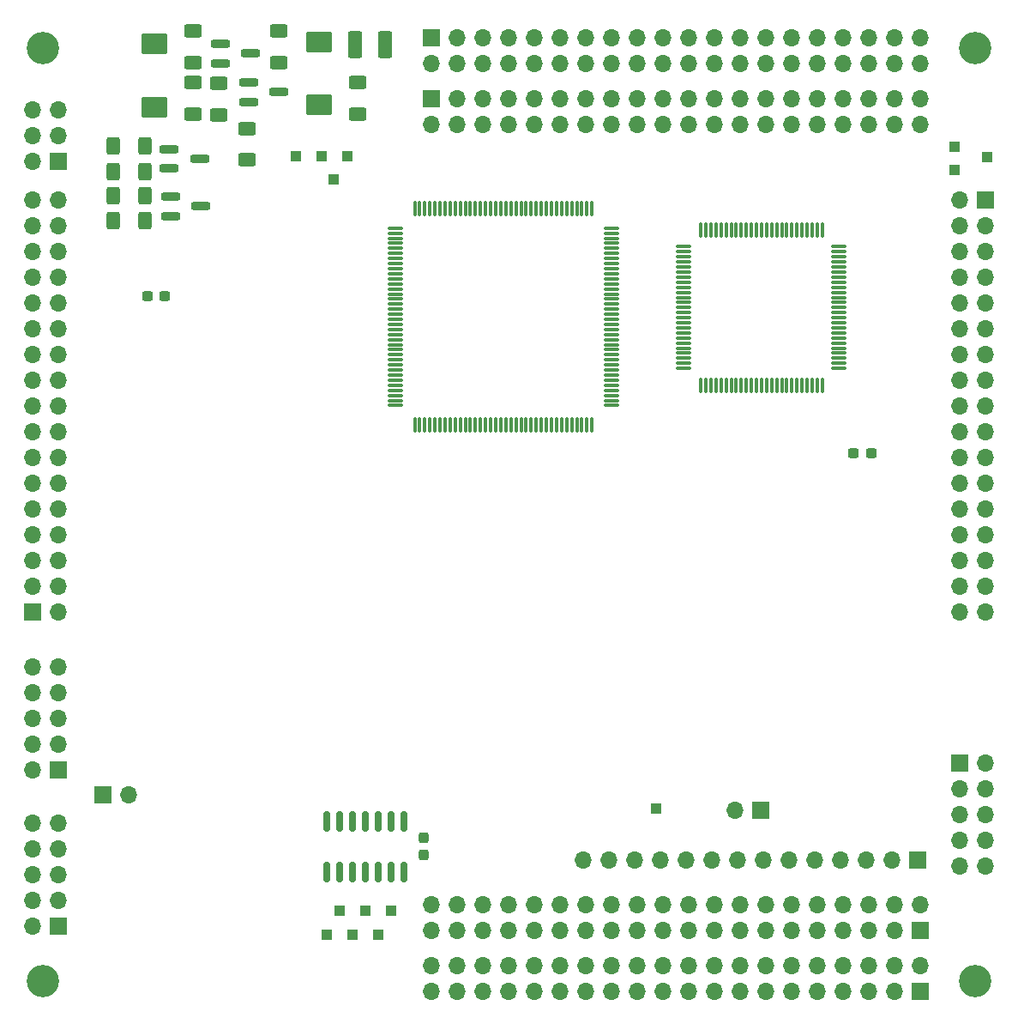
<source format=gbr>
%TF.GenerationSoftware,KiCad,Pcbnew,8.0.7-8.0.7-0~ubuntu22.04.1*%
%TF.CreationDate,2025-01-29T21:42:36+01:00*%
%TF.ProjectId,VideoBoard_v1,56696465-6f42-46f6-9172-645f76312e6b,rev?*%
%TF.SameCoordinates,Original*%
%TF.FileFunction,Soldermask,Top*%
%TF.FilePolarity,Negative*%
%FSLAX46Y46*%
G04 Gerber Fmt 4.6, Leading zero omitted, Abs format (unit mm)*
G04 Created by KiCad (PCBNEW 8.0.7-8.0.7-0~ubuntu22.04.1) date 2025-01-29 21:42:36*
%MOMM*%
%LPD*%
G01*
G04 APERTURE LIST*
G04 Aperture macros list*
%AMRoundRect*
0 Rectangle with rounded corners*
0 $1 Rounding radius*
0 $2 $3 $4 $5 $6 $7 $8 $9 X,Y pos of 4 corners*
0 Add a 4 corners polygon primitive as box body*
4,1,4,$2,$3,$4,$5,$6,$7,$8,$9,$2,$3,0*
0 Add four circle primitives for the rounded corners*
1,1,$1+$1,$2,$3*
1,1,$1+$1,$4,$5*
1,1,$1+$1,$6,$7*
1,1,$1+$1,$8,$9*
0 Add four rect primitives between the rounded corners*
20,1,$1+$1,$2,$3,$4,$5,0*
20,1,$1+$1,$4,$5,$6,$7,0*
20,1,$1+$1,$6,$7,$8,$9,0*
20,1,$1+$1,$8,$9,$2,$3,0*%
G04 Aperture macros list end*
%ADD10RoundRect,0.237500X0.237500X-0.300000X0.237500X0.300000X-0.237500X0.300000X-0.237500X-0.300000X0*%
%ADD11RoundRect,0.150000X-0.150000X0.825000X-0.150000X-0.825000X0.150000X-0.825000X0.150000X0.825000X0*%
%ADD12R,1.000000X1.000000*%
%ADD13RoundRect,0.200000X-0.750000X-0.200000X0.750000X-0.200000X0.750000X0.200000X-0.750000X0.200000X0*%
%ADD14R,1.700000X1.700000*%
%ADD15O,1.700000X1.700000*%
%ADD16RoundRect,0.237500X-0.300000X-0.237500X0.300000X-0.237500X0.300000X0.237500X-0.300000X0.237500X0*%
%ADD17RoundRect,0.250000X-1.025000X0.787500X-1.025000X-0.787500X1.025000X-0.787500X1.025000X0.787500X0*%
%ADD18RoundRect,0.250001X0.462499X1.074999X-0.462499X1.074999X-0.462499X-1.074999X0.462499X-1.074999X0*%
%ADD19RoundRect,0.250000X-0.400000X-0.625000X0.400000X-0.625000X0.400000X0.625000X-0.400000X0.625000X0*%
%ADD20RoundRect,0.250000X-0.625000X0.400000X-0.625000X-0.400000X0.625000X-0.400000X0.625000X0.400000X0*%
%ADD21RoundRect,0.250000X0.400000X0.625000X-0.400000X0.625000X-0.400000X-0.625000X0.400000X-0.625000X0*%
%ADD22RoundRect,0.075000X-0.662500X-0.075000X0.662500X-0.075000X0.662500X0.075000X-0.662500X0.075000X0*%
%ADD23RoundRect,0.075000X-0.075000X-0.662500X0.075000X-0.662500X0.075000X0.662500X-0.075000X0.662500X0*%
%ADD24C,3.200000*%
G04 APERTURE END LIST*
D10*
%TO.C,C23*%
X91567000Y-133577500D03*
X91567000Y-131852500D03*
%TD*%
D11*
%TO.C,U12*%
X89662000Y-130305000D03*
X88392000Y-130305000D03*
X87122000Y-130305000D03*
X85852000Y-130305000D03*
X84582000Y-130305000D03*
X83312000Y-130305000D03*
X82042000Y-130305000D03*
X82042000Y-135255000D03*
X83312000Y-135255000D03*
X84582000Y-135255000D03*
X85852000Y-135255000D03*
X87122000Y-135255000D03*
X88392000Y-135255000D03*
X89662000Y-135255000D03*
%TD*%
D12*
%TO.C,J28*%
X85852000Y-139065000D03*
%TD*%
%TO.C,J27*%
X88392000Y-139065000D03*
%TD*%
%TO.C,J25*%
X87122000Y-141478000D03*
%TD*%
%TO.C,J24*%
X82042000Y-141478000D03*
%TD*%
%TO.C,J23*%
X84582000Y-141478000D03*
%TD*%
%TO.C,J22*%
X83312000Y-139065000D03*
%TD*%
D13*
%TO.C,Q4*%
X66469000Y-63947000D03*
X66469000Y-65847000D03*
X69469000Y-64897000D03*
%TD*%
%TO.C,Q3*%
X66572000Y-68646000D03*
X66572000Y-70546000D03*
X69572000Y-69596000D03*
%TD*%
D12*
%TO.C,J19*%
X82677000Y-66929000D03*
%TD*%
%TO.C,J16*%
X84074000Y-64643000D03*
%TD*%
%TO.C,J15*%
X114554000Y-129032000D03*
%TD*%
%TO.C,J11*%
X144018000Y-63754000D03*
%TD*%
D14*
%TO.C,J1*%
X92367000Y-53000000D03*
D15*
X92367000Y-55540000D03*
X94907000Y-53000000D03*
X94907000Y-55540000D03*
X97447000Y-53000000D03*
X97447000Y-55540000D03*
X99987000Y-53000000D03*
X99987000Y-55540000D03*
X102527000Y-53000000D03*
X102527000Y-55540000D03*
X105067000Y-53000000D03*
X105067000Y-55540000D03*
X107607000Y-53000000D03*
X107607000Y-55540000D03*
X110147000Y-53000000D03*
X110147000Y-55540000D03*
X112687000Y-53000000D03*
X112687000Y-55540000D03*
X115227000Y-53000000D03*
X115227000Y-55540000D03*
X117767000Y-53000000D03*
X117767000Y-55540000D03*
X120307000Y-53000000D03*
X120307000Y-55540000D03*
X122847000Y-53000000D03*
X122847000Y-55540000D03*
X125387000Y-53000000D03*
X125387000Y-55540000D03*
X127927000Y-53000000D03*
X127927000Y-55540000D03*
X130467000Y-53000000D03*
X130467000Y-55540000D03*
X133007000Y-53000000D03*
X133007000Y-55540000D03*
X135547000Y-53000000D03*
X135547000Y-55540000D03*
X138087000Y-53000000D03*
X138087000Y-55540000D03*
X140627000Y-53000000D03*
X140627000Y-55540000D03*
%TD*%
D14*
%TO.C,J8*%
X144460000Y-124500000D03*
D15*
X147000000Y-124500000D03*
X144460000Y-127040000D03*
X147000000Y-127040000D03*
X144460000Y-129580000D03*
X147000000Y-129580000D03*
X144460000Y-132120000D03*
X147000000Y-132120000D03*
X144460000Y-134660000D03*
X147000000Y-134660000D03*
%TD*%
D16*
%TO.C,C10*%
X64288500Y-78486000D03*
X66013500Y-78486000D03*
%TD*%
D12*
%TO.C,J13*%
X144018000Y-66040000D03*
%TD*%
D17*
%TO.C,C24*%
X81229500Y-53390000D03*
X81229500Y-59615000D03*
%TD*%
D18*
%TO.C,L1*%
X87797000Y-53646000D03*
X84822000Y-53646000D03*
%TD*%
D14*
%TO.C,J7*%
X147000000Y-69000000D03*
D15*
X144460000Y-69000000D03*
X147000000Y-71540000D03*
X144460000Y-71540000D03*
X147000000Y-74080000D03*
X144460000Y-74080000D03*
X147000000Y-76620000D03*
X144460000Y-76620000D03*
X147000000Y-79160000D03*
X144460000Y-79160000D03*
X147000000Y-81700000D03*
X144460000Y-81700000D03*
X147000000Y-84240000D03*
X144460000Y-84240000D03*
X147000000Y-86780000D03*
X144460000Y-86780000D03*
X147000000Y-89320000D03*
X144460000Y-89320000D03*
X147000000Y-91860000D03*
X144460000Y-91860000D03*
X147000000Y-94400000D03*
X144460000Y-94400000D03*
X147000000Y-96940000D03*
X144460000Y-96940000D03*
X147000000Y-99480000D03*
X144460000Y-99480000D03*
X147000000Y-102020000D03*
X144460000Y-102020000D03*
X147000000Y-104560000D03*
X144460000Y-104560000D03*
X147000000Y-107100000D03*
X144460000Y-107100000D03*
X147000000Y-109640000D03*
X144460000Y-109640000D03*
%TD*%
D19*
%TO.C,R9*%
X60934000Y-63627000D03*
X64034000Y-63627000D03*
%TD*%
D14*
%TO.C,J4*%
X140627000Y-141000000D03*
D15*
X140627000Y-138460000D03*
X138087000Y-141000000D03*
X138087000Y-138460000D03*
X135547000Y-141000000D03*
X135547000Y-138460000D03*
X133007000Y-141000000D03*
X133007000Y-138460000D03*
X130467000Y-141000000D03*
X130467000Y-138460000D03*
X127927000Y-141000000D03*
X127927000Y-138460000D03*
X125387000Y-141000000D03*
X125387000Y-138460000D03*
X122847000Y-141000000D03*
X122847000Y-138460000D03*
X120307000Y-141000000D03*
X120307000Y-138460000D03*
X117767000Y-141000000D03*
X117767000Y-138460000D03*
X115227000Y-141000000D03*
X115227000Y-138460000D03*
X112687000Y-141000000D03*
X112687000Y-138460000D03*
X110147000Y-141000000D03*
X110147000Y-138460000D03*
X107607000Y-141000000D03*
X107607000Y-138460000D03*
X105067000Y-141000000D03*
X105067000Y-138460000D03*
X102527000Y-141000000D03*
X102527000Y-138460000D03*
X99987000Y-141000000D03*
X99987000Y-138460000D03*
X97447000Y-141000000D03*
X97447000Y-138460000D03*
X94907000Y-141000000D03*
X94907000Y-138460000D03*
X92367000Y-141000000D03*
X92367000Y-138460000D03*
%TD*%
D20*
%TO.C,R6*%
X74168000Y-61924000D03*
X74168000Y-65024000D03*
%TD*%
D14*
%TO.C,J14*%
X55540000Y-65151000D03*
D15*
X53000000Y-65151000D03*
X55540000Y-62611000D03*
X53000000Y-62611000D03*
X55540000Y-60071000D03*
X53000000Y-60071000D03*
%TD*%
D20*
%TO.C,R2*%
X68783500Y-52324000D03*
X68783500Y-55424000D03*
%TD*%
D12*
%TO.C,J18*%
X78994000Y-64643000D03*
%TD*%
D16*
%TO.C,C13*%
X134038000Y-93980000D03*
X135763000Y-93980000D03*
%TD*%
D14*
%TO.C,J9*%
X53000000Y-109640000D03*
D15*
X55540000Y-109640000D03*
X53000000Y-107100000D03*
X55540000Y-107100000D03*
X53000000Y-104560000D03*
X55540000Y-104560000D03*
X53000000Y-102020000D03*
X55540000Y-102020000D03*
X53000000Y-99480000D03*
X55540000Y-99480000D03*
X53000000Y-96940000D03*
X55540000Y-96940000D03*
X53000000Y-94400000D03*
X55540000Y-94400000D03*
X53000000Y-91860000D03*
X55540000Y-91860000D03*
X53000000Y-89320000D03*
X55540000Y-89320000D03*
X53000000Y-86780000D03*
X55540000Y-86780000D03*
X53000000Y-84240000D03*
X55540000Y-84240000D03*
X53000000Y-81700000D03*
X55540000Y-81700000D03*
X53000000Y-79160000D03*
X55540000Y-79160000D03*
X53000000Y-76620000D03*
X55540000Y-76620000D03*
X53000000Y-74080000D03*
X55540000Y-74080000D03*
X53000000Y-71540000D03*
X55540000Y-71540000D03*
X53000000Y-69000000D03*
X55540000Y-69000000D03*
%TD*%
D13*
%TO.C,Q1*%
X71474500Y-53585000D03*
X71474500Y-55485000D03*
X74474500Y-54535000D03*
%TD*%
D20*
%TO.C,R3*%
X77292500Y-52324000D03*
X77292500Y-55424000D03*
%TD*%
D13*
%TO.C,Q2*%
X74292500Y-57395000D03*
X74292500Y-59295000D03*
X77292500Y-58345000D03*
%TD*%
D21*
%TO.C,R7*%
X64060000Y-70993000D03*
X60960000Y-70993000D03*
%TD*%
D14*
%TO.C,J10*%
X55540000Y-125217000D03*
D15*
X53000000Y-125217000D03*
X55540000Y-122677000D03*
X53000000Y-122677000D03*
X55540000Y-120137000D03*
X53000000Y-120137000D03*
X55540000Y-117597000D03*
X53000000Y-117597000D03*
X55540000Y-115057000D03*
X53000000Y-115057000D03*
%TD*%
D14*
%TO.C,J26*%
X124841000Y-129159000D03*
D15*
X122301000Y-129159000D03*
%TD*%
D14*
%TO.C,J2*%
X140627000Y-147000000D03*
D15*
X140627000Y-144460000D03*
X138087000Y-147000000D03*
X138087000Y-144460000D03*
X135547000Y-147000000D03*
X135547000Y-144460000D03*
X133007000Y-147000000D03*
X133007000Y-144460000D03*
X130467000Y-147000000D03*
X130467000Y-144460000D03*
X127927000Y-147000000D03*
X127927000Y-144460000D03*
X125387000Y-147000000D03*
X125387000Y-144460000D03*
X122847000Y-147000000D03*
X122847000Y-144460000D03*
X120307000Y-147000000D03*
X120307000Y-144460000D03*
X117767000Y-147000000D03*
X117767000Y-144460000D03*
X115227000Y-147000000D03*
X115227000Y-144460000D03*
X112687000Y-147000000D03*
X112687000Y-144460000D03*
X110147000Y-147000000D03*
X110147000Y-144460000D03*
X107607000Y-147000000D03*
X107607000Y-144460000D03*
X105067000Y-147000000D03*
X105067000Y-144460000D03*
X102527000Y-147000000D03*
X102527000Y-144460000D03*
X99987000Y-147000000D03*
X99987000Y-144460000D03*
X97447000Y-147000000D03*
X97447000Y-144460000D03*
X94907000Y-147000000D03*
X94907000Y-144460000D03*
X92367000Y-147000000D03*
X92367000Y-144460000D03*
%TD*%
D20*
%TO.C,R1*%
X68783500Y-57404000D03*
X68783500Y-60504000D03*
%TD*%
%TO.C,R5*%
X85039500Y-57404000D03*
X85039500Y-60504000D03*
%TD*%
D22*
%TO.C,U6*%
X88784000Y-71748000D03*
X88784000Y-72248000D03*
X88784000Y-72748000D03*
X88784000Y-73248000D03*
X88784000Y-73748000D03*
X88784000Y-74248000D03*
X88784000Y-74748000D03*
X88784000Y-75248000D03*
X88784000Y-75748000D03*
X88784000Y-76248000D03*
X88784000Y-76748000D03*
X88784000Y-77248000D03*
X88784000Y-77748000D03*
X88784000Y-78248000D03*
X88784000Y-78748000D03*
X88784000Y-79248000D03*
X88784000Y-79748000D03*
X88784000Y-80248000D03*
X88784000Y-80748000D03*
X88784000Y-81248000D03*
X88784000Y-81748000D03*
X88784000Y-82248000D03*
X88784000Y-82748000D03*
X88784000Y-83248000D03*
X88784000Y-83748000D03*
X88784000Y-84248000D03*
X88784000Y-84748000D03*
X88784000Y-85248000D03*
X88784000Y-85748000D03*
X88784000Y-86248000D03*
X88784000Y-86748000D03*
X88784000Y-87248000D03*
X88784000Y-87748000D03*
X88784000Y-88248000D03*
X88784000Y-88748000D03*
X88784000Y-89248000D03*
D23*
X90696500Y-91160500D03*
X91196500Y-91160500D03*
X91696500Y-91160500D03*
X92196500Y-91160500D03*
X92696500Y-91160500D03*
X93196500Y-91160500D03*
X93696500Y-91160500D03*
X94196500Y-91160500D03*
X94696500Y-91160500D03*
X95196500Y-91160500D03*
X95696500Y-91160500D03*
X96196500Y-91160500D03*
X96696500Y-91160500D03*
X97196500Y-91160500D03*
X97696500Y-91160500D03*
X98196500Y-91160500D03*
X98696500Y-91160500D03*
X99196500Y-91160500D03*
X99696500Y-91160500D03*
X100196500Y-91160500D03*
X100696500Y-91160500D03*
X101196500Y-91160500D03*
X101696500Y-91160500D03*
X102196500Y-91160500D03*
X102696500Y-91160500D03*
X103196500Y-91160500D03*
X103696500Y-91160500D03*
X104196500Y-91160500D03*
X104696500Y-91160500D03*
X105196500Y-91160500D03*
X105696500Y-91160500D03*
X106196500Y-91160500D03*
X106696500Y-91160500D03*
X107196500Y-91160500D03*
X107696500Y-91160500D03*
X108196500Y-91160500D03*
D22*
X110109000Y-89248000D03*
X110109000Y-88748000D03*
X110109000Y-88248000D03*
X110109000Y-87748000D03*
X110109000Y-87248000D03*
X110109000Y-86748000D03*
X110109000Y-86248000D03*
X110109000Y-85748000D03*
X110109000Y-85248000D03*
X110109000Y-84748000D03*
X110109000Y-84248000D03*
X110109000Y-83748000D03*
X110109000Y-83248000D03*
X110109000Y-82748000D03*
X110109000Y-82248000D03*
X110109000Y-81748000D03*
X110109000Y-81248000D03*
X110109000Y-80748000D03*
X110109000Y-80248000D03*
X110109000Y-79748000D03*
X110109000Y-79248000D03*
X110109000Y-78748000D03*
X110109000Y-78248000D03*
X110109000Y-77748000D03*
X110109000Y-77248000D03*
X110109000Y-76748000D03*
X110109000Y-76248000D03*
X110109000Y-75748000D03*
X110109000Y-75248000D03*
X110109000Y-74748000D03*
X110109000Y-74248000D03*
X110109000Y-73748000D03*
X110109000Y-73248000D03*
X110109000Y-72748000D03*
X110109000Y-72248000D03*
X110109000Y-71748000D03*
D23*
X108196500Y-69835500D03*
X107696500Y-69835500D03*
X107196500Y-69835500D03*
X106696500Y-69835500D03*
X106196500Y-69835500D03*
X105696500Y-69835500D03*
X105196500Y-69835500D03*
X104696500Y-69835500D03*
X104196500Y-69835500D03*
X103696500Y-69835500D03*
X103196500Y-69835500D03*
X102696500Y-69835500D03*
X102196500Y-69835500D03*
X101696500Y-69835500D03*
X101196500Y-69835500D03*
X100696500Y-69835500D03*
X100196500Y-69835500D03*
X99696500Y-69835500D03*
X99196500Y-69835500D03*
X98696500Y-69835500D03*
X98196500Y-69835500D03*
X97696500Y-69835500D03*
X97196500Y-69835500D03*
X96696500Y-69835500D03*
X96196500Y-69835500D03*
X95696500Y-69835500D03*
X95196500Y-69835500D03*
X94696500Y-69835500D03*
X94196500Y-69835500D03*
X93696500Y-69835500D03*
X93196500Y-69835500D03*
X92696500Y-69835500D03*
X92196500Y-69835500D03*
X91696500Y-69835500D03*
X91196500Y-69835500D03*
X90696500Y-69835500D03*
%TD*%
D24*
%TO.C,H3*%
X146000000Y-54000000D03*
%TD*%
D14*
%TO.C,J6*%
X55540000Y-140627000D03*
D15*
X53000000Y-140627000D03*
X55540000Y-138087000D03*
X53000000Y-138087000D03*
X55540000Y-135547000D03*
X53000000Y-135547000D03*
X55540000Y-133007000D03*
X53000000Y-133007000D03*
X55540000Y-130467000D03*
X53000000Y-130467000D03*
%TD*%
D12*
%TO.C,J17*%
X81534000Y-64643000D03*
%TD*%
D14*
%TO.C,J5*%
X140335000Y-134112000D03*
D15*
X137795000Y-134112000D03*
X135255000Y-134112000D03*
X132715000Y-134112000D03*
X130175000Y-134112000D03*
X127635000Y-134112000D03*
X125095000Y-134112000D03*
X122555000Y-134112000D03*
X120015000Y-134112000D03*
X117475000Y-134112000D03*
X114935000Y-134112000D03*
X112395000Y-134112000D03*
X109855000Y-134112000D03*
X107315000Y-134112000D03*
%TD*%
D21*
%TO.C,R10*%
X64060000Y-66167000D03*
X60960000Y-66167000D03*
%TD*%
D17*
%TO.C,C25*%
X64973500Y-53581500D03*
X64973500Y-59806500D03*
%TD*%
D14*
%TO.C,JP1*%
X59939000Y-127635000D03*
D15*
X62479000Y-127635000D03*
%TD*%
D14*
%TO.C,J3*%
X92367000Y-59000000D03*
D15*
X92367000Y-61540000D03*
X94907000Y-59000000D03*
X94907000Y-61540000D03*
X97447000Y-59000000D03*
X97447000Y-61540000D03*
X99987000Y-59000000D03*
X99987000Y-61540000D03*
X102527000Y-59000000D03*
X102527000Y-61540000D03*
X105067000Y-59000000D03*
X105067000Y-61540000D03*
X107607000Y-59000000D03*
X107607000Y-61540000D03*
X110147000Y-59000000D03*
X110147000Y-61540000D03*
X112687000Y-59000000D03*
X112687000Y-61540000D03*
X115227000Y-59000000D03*
X115227000Y-61540000D03*
X117767000Y-59000000D03*
X117767000Y-61540000D03*
X120307000Y-59000000D03*
X120307000Y-61540000D03*
X122847000Y-59000000D03*
X122847000Y-61540000D03*
X125387000Y-59000000D03*
X125387000Y-61540000D03*
X127927000Y-59000000D03*
X127927000Y-61540000D03*
X130467000Y-59000000D03*
X130467000Y-61540000D03*
X133007000Y-59000000D03*
X133007000Y-61540000D03*
X135547000Y-59000000D03*
X135547000Y-61540000D03*
X138087000Y-59000000D03*
X138087000Y-61540000D03*
X140627000Y-59000000D03*
X140627000Y-61540000D03*
%TD*%
D12*
%TO.C,J12*%
X147193000Y-64770000D03*
%TD*%
D24*
%TO.C,H1*%
X54000000Y-54000000D03*
%TD*%
%TO.C,H2*%
X54000000Y-146000000D03*
%TD*%
D19*
%TO.C,R8*%
X60934000Y-68580000D03*
X64034000Y-68580000D03*
%TD*%
D22*
%TO.C,U5*%
X117274500Y-73586500D03*
X117274500Y-74086500D03*
X117274500Y-74586500D03*
X117274500Y-75086500D03*
X117274500Y-75586500D03*
X117274500Y-76086500D03*
X117274500Y-76586500D03*
X117274500Y-77086500D03*
X117274500Y-77586500D03*
X117274500Y-78086500D03*
X117274500Y-78586500D03*
X117274500Y-79086500D03*
X117274500Y-79586500D03*
X117274500Y-80086500D03*
X117274500Y-80586500D03*
X117274500Y-81086500D03*
X117274500Y-81586500D03*
X117274500Y-82086500D03*
X117274500Y-82586500D03*
X117274500Y-83086500D03*
X117274500Y-83586500D03*
X117274500Y-84086500D03*
X117274500Y-84586500D03*
X117274500Y-85086500D03*
X117274500Y-85586500D03*
D23*
X118937000Y-87249000D03*
X119437000Y-87249000D03*
X119937000Y-87249000D03*
X120437000Y-87249000D03*
X120937000Y-87249000D03*
X121437000Y-87249000D03*
X121937000Y-87249000D03*
X122437000Y-87249000D03*
X122937000Y-87249000D03*
X123437000Y-87249000D03*
X123937000Y-87249000D03*
X124437000Y-87249000D03*
X124937000Y-87249000D03*
X125437000Y-87249000D03*
X125937000Y-87249000D03*
X126437000Y-87249000D03*
X126937000Y-87249000D03*
X127437000Y-87249000D03*
X127937000Y-87249000D03*
X128437000Y-87249000D03*
X128937000Y-87249000D03*
X129437000Y-87249000D03*
X129937000Y-87249000D03*
X130437000Y-87249000D03*
X130937000Y-87249000D03*
D22*
X132599500Y-85586500D03*
X132599500Y-85086500D03*
X132599500Y-84586500D03*
X132599500Y-84086500D03*
X132599500Y-83586500D03*
X132599500Y-83086500D03*
X132599500Y-82586500D03*
X132599500Y-82086500D03*
X132599500Y-81586500D03*
X132599500Y-81086500D03*
X132599500Y-80586500D03*
X132599500Y-80086500D03*
X132599500Y-79586500D03*
X132599500Y-79086500D03*
X132599500Y-78586500D03*
X132599500Y-78086500D03*
X132599500Y-77586500D03*
X132599500Y-77086500D03*
X132599500Y-76586500D03*
X132599500Y-76086500D03*
X132599500Y-75586500D03*
X132599500Y-75086500D03*
X132599500Y-74586500D03*
X132599500Y-74086500D03*
X132599500Y-73586500D03*
D23*
X130937000Y-71924000D03*
X130437000Y-71924000D03*
X129937000Y-71924000D03*
X129437000Y-71924000D03*
X128937000Y-71924000D03*
X128437000Y-71924000D03*
X127937000Y-71924000D03*
X127437000Y-71924000D03*
X126937000Y-71924000D03*
X126437000Y-71924000D03*
X125937000Y-71924000D03*
X125437000Y-71924000D03*
X124937000Y-71924000D03*
X124437000Y-71924000D03*
X123937000Y-71924000D03*
X123437000Y-71924000D03*
X122937000Y-71924000D03*
X122437000Y-71924000D03*
X121937000Y-71924000D03*
X121437000Y-71924000D03*
X120937000Y-71924000D03*
X120437000Y-71924000D03*
X119937000Y-71924000D03*
X119437000Y-71924000D03*
X118937000Y-71924000D03*
%TD*%
D20*
%TO.C,R4*%
X71323500Y-57456000D03*
X71323500Y-60556000D03*
%TD*%
D24*
%TO.C,H4*%
X146000000Y-146000000D03*
%TD*%
M02*

</source>
